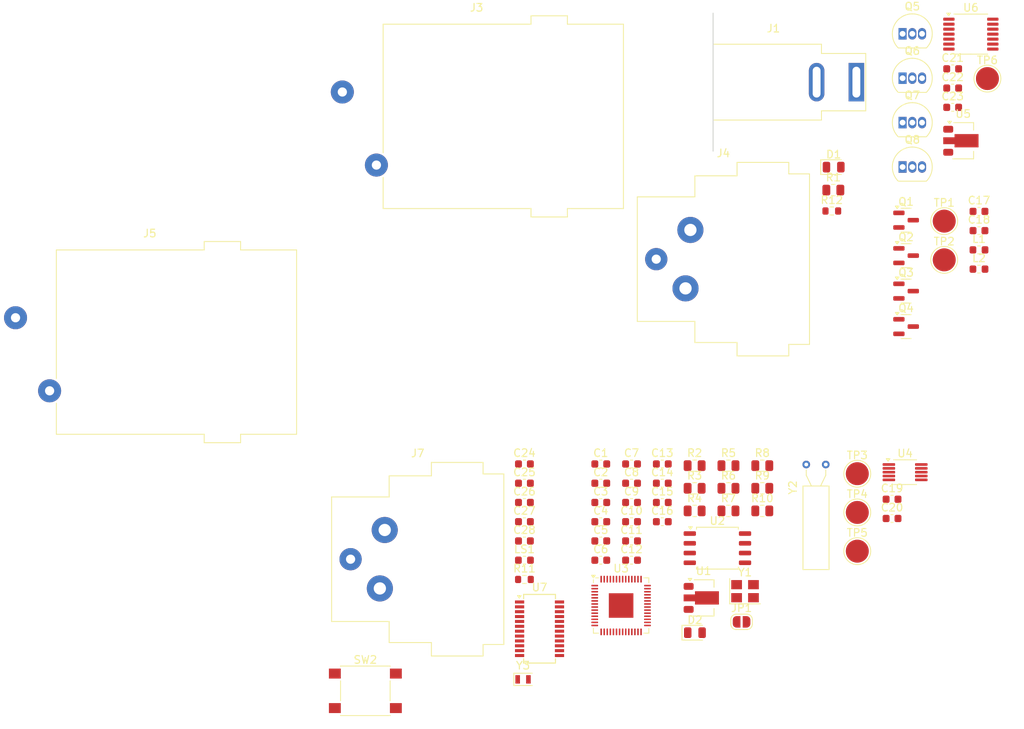
<source format=kicad_pcb>
(kicad_pcb (version 20240108) (generator "pcbnew") (generator_version "8.0")
  (layers (0 "F.Cu" signal) (31 "B.Cu" signal) (34 "B.Paste" user) (35 "F.Paste" user) (36 "B.SilkS" user "B.Silkscreen") (37 "F.SilkS" user "F.Silkscreen") (38 "B.Mask" user) (39 "F.Mask" user) (44 "Edge.Cuts" user))
  (net 0 "")
  (net 1 "GND")
  (net 2 "+5V")
  (net 3 "Vdrive")
  (net 4 "Net-(D2-A)")
  (net 5 "/Morse Input")
  (net 6 "Net-(JP1-B)")
  (net 7 "Net-(Q1-S)")
  (net 8 "Net-(Q3-D)")
  (net 9 "Net-(Q4-D)")
  (net 10 "Net-(Q2-S)")
  (net 11 "/Filtering/Filter 1 En")
  (net 12 "/Amplifier/Amplified")
  (net 13 "/Filtering/Filter 2 En")
  (net 14 "/tx")
  (net 15 "Net-(Q5-D)")
  (net 16 "Net-(Q5-G)")
  (net 17 "Net-(Q6-G)")
  (net 18 "Net-(Q6-D)")
  (net 19 "VCC")
  (net 20 "/RP2040 Driver/QSPI_SS")
  (net 21 "+3.3V")
  (net 22 "Net-(U3-USB_DP)")
  (net 23 "/RP2040 Driver/D+")
  (net 24 "Net-(U3-USB_DM)")
  (net 25 "/RP2040 Driver/D-")
  (net 26 "Net-(C5-Pad2)")
  (net 27 "Net-(U3-XOUT)")
  (net 28 "/RP2040 Driver/scl")
  (net 29 "/RP2040 Driver/sda")
  (net 30 "Net-(J6-CC2)")
  (net 31 "Net-(J6-CC1)")
  (net 32 "/RP2040 Driver/QSPI_SD0")
  (net 33 "/RP2040 Driver/QSPI_SD1")
  (net 34 "/RP2040 Driver/QSPI_SD2")
  (net 35 "/RP2040 Driver/QSPI_SD3")
  (net 36 "/RP2040 Driver/QSPI_SCLK")
  (net 37 "/dah")
  (net 38 "/dit")
  (net 42 "+1V1")
  (net 67 "Net-(U3-XIN)")
  (net 68 "/Amplifier/180º Wave")
  (net 69 "/Amplifier/0º Wave")
  (net 70 "Net-(U4-XA)")
  (net 71 "Net-(U4-XB)")
  (net 72 "/Square Wave Gen/BFO out")
  (net 73 "/Amplifier/Amp enable")
  (net 74 "Net-(C11-Pad2)")
  (net 75 "/Receiver/DCLK")
  (net 76 "/Receiver/RCLK")
  (net 77 "Net-(U7-DBYP)")
  (net 80 "Net-(U7-~{RST})")
  (net 82 "/Receiver/Rout")
  (net 83 "/Receiver/Input to receiver")
  (net 91 "/Receiver/Lout")
  (footprint "Capacitor_SMD:C_0603_1608Metric" (layer "F.Cu") (at 135.785 102.91)
    (property "Reference" "C15" (at 0 -1.43 0) (layer "F.SilkS"))
    (property "Value" "100n")
    (pad "1" smd roundrect (at -0.775 0) (size 0.9 0.95) (layers "F.Cu" "F.Paste" "F.Mask") (net 21 "+3.3V"))
    (pad "2" smd roundrect (at 0.775 0) (size 0.9 0.95) (layers "F.Cu" "F.Paste" "F.Mask") (net 74 "Net-(C11-Pad2)"))
  )
  (footprint "Package_TO_SOT_THT:TO-92_Inline" (layer "F.Cu") (at 167.095 47.58)
    (property "Reference" "Q6" (at 1.27 -3.56 0) (layer "F.SilkS"))
    (property "Value" "BS170")
    (pad "1" thru_hole rect (at 0 0) (size 1.05 1.5) (drill 0.75) (layers "*.Cu" "*.Mask") (net 18 "Net-(Q6-D)"))
    (pad "2" thru_hole oval (at 1.27 0) (size 1.05 1.5) (drill 0.75) (layers "*.Cu" "*.Mask") (net 17 "Net-(Q6-G)"))
    (pad "3" thru_hole oval (at 2.54 0) (size 1.05 1.5) (drill 0.75) (layers "*.Cu" "*.Mask") (net 1 "GND"))
  )
  (footprint "Package_TO_SOT_SMD:SOT-89-3" (layer "F.Cu") (at 141.165 115.355)
    (property "Reference" "U1" (at 0 -3.5 0) (layer "F.SilkS"))
    (property "Value" "MCP1700x-330xxMB")
    (pad "1" smd roundrect (at -1.95 -1.5) (size 1.3 0.9) (layers "F.Cu" "F.Paste" "F.Mask") (net 1 "GND"))
    (pad "2" smd custom (at -1.8625 0) (size 1.475 0.9) (layers "F.Cu" "F.Paste" "F.Mask") (net 2 "+5V") (options (clearance outline) (anchor rect)) (primitives (gr_poly (pts (xy 3.8625 0.8665) (xy 0.7375 0.8665) (xy 0.7375 -0.8665) (xy 3.8625 -0.8665)) (width 0) (fill yes))))
    (pad "3" smd roundrect (at -1.95 1.5) (size 1.3 0.9) (layers "F.Cu" "F.Paste" "F.Mask") (net 21 "+3.3V"))
  )
  (footprint "Capacitor_SMD:C_0603_1608Metric" (layer "F.Cu") (at 127.765 97.89)
    (property "Reference" "C1" (at 0 -1.43 0) (layer "F.SilkS"))
    (property "Value" "22u")
    (pad "1" smd roundrect (at -0.775 0) (size 0.9 0.95) (layers "F.Cu" "F.Paste" "F.Mask") (net 2 "+5V"))
    (pad "2" smd roundrect (at 0.775 0) (size 0.9 0.95) (layers "F.Cu" "F.Paste" "F.Mask") (net 1 "GND"))
  )
  (footprint "Capacitor_SMD:C_0603_1608Metric" (layer "F.Cu") (at 131.775 102.91)
    (property "Reference" "C9" (at 0 -1.43 0) (layer "F.SilkS"))
    (property "Value" "100n")
    (pad "1" smd roundrect (at -0.775 0) (size 0.9 0.95) (layers "F.Cu" "F.Paste" "F.Mask") (net 21 "+3.3V"))
    (pad "2" smd roundrect (at 0.775 0) (size 0.9 0.95) (layers "F.Cu" "F.Paste" "F.Mask") (net 74 "Net-(C11-Pad2)"))
  )
  (footprint "Resistor_SMD:R_0805_2012Metric" (layer "F.Cu") (at 139.995 98.11)
    (property "Reference" "R2" (at 0 -1.65 0) (layer "F.SilkS"))
    (property "Value" "5k1")
    (pad "1" smd roundrect (at -0.9125 0) (size 1.025 1.4) (layers "F.Cu" "F.Paste" "F.Mask") (roundrect_rratio 0.243902) (net 30 "Net-(J6-CC2)"))
    (pad "2" smd roundrect (at 0.9125 0) (size 1.025 1.4) (layers "F.Cu" "F.Paste" "F.Mask") (roundrect_rratio 0.243902) (net 1 "GND"))
  )
  (footprint "Connector_Audio:Jack_speakON-6.35mm_Neutrik_NLJ2MDXX-H_Horizontal" (layer "F.Cu") (at 51.495 78.82)
    (property "Reference" "J5" (at 17.5 -11 0) (layer "F.SilkS"))
    (property "Value" "Conn_Coaxial")
    (pad "1+" thru_hole circle (at 0 0) (size 3 3) (drill 1.2) (layers "*.Cu" "*.Mask"))
    (pad "1-" thru_hole circle (at 4.44 9.53) (size 3 3) (drill 1.2) (layers "*.Cu" "*.Mask"))
  )
  (footprint "Package_SO:MSOP-10_3x3mm_P0.5mm" (layer "F.Cu") (at 167.425 98.96)
    (property "Reference" "U4" (at 0 -2.45 0) (layer "F.SilkS"))
    (property "Value" "Si5351A-B-GT")
    (pad "1" smd roundrect (at -2.1125 -1) (size 1.625 0.35) (layers "F.Cu" "F.Paste" "F.Mask") (net 21 "+3.3V"))
    (pad "2" smd roundrect (at -2.1125 -0.5) (size 1.625 0.35) (layers "F.Cu" "F.Paste" "F.Mask") (net 70 "Net-(U4-XA)"))
    (pad "3" smd roundrect (at -2.1125 0) (size 1.625 0.35) (layers "F.Cu" "F.Paste" "F.Mask") (net 71 "Net-(U4-XB)"))
    (pad "4" smd roundrect (at -2.1125 0.5) (size 1.625 0.35) (layers "F.Cu" "F.Paste" "F.Mask") (net 28 "/RP2040 Driver/scl"))
    (pad "5" smd roundrect (at -2.1125 1) (size 1.625 0.35) (layers "F.Cu" "F.Paste" "F.Mask") (net 29 "/RP2040 Driver/sda"))
    (pad "6" smd roundrect (at 2.1125 1) (size 1.625 0.35) (layers "F.Cu" "F.Paste" "F.Mask") (net 72 "/Square Wave Gen/BFO out"))
    (pad "7" smd roundrect (at 2.1125 0.5) (size 1.625 0.35) (layers "F.Cu" "F.Paste" "F.Mask") (net 21 "+3.3V"))
    (pad "8" smd roundrect (at 2.1125 0) (size 1.625 0.35) (layers "F.Cu" "F.Paste" "F.Mask") (net 1 "GND"))
    (pad "9" smd roundrect (at 2.1125 -0.5) (size 1.625 0.35) (layers "F.Cu" "F.Paste" "F.Mask") (net 68 "/Amplifier/180º Wave"))
    (pad "10" smd roundrect (at 2.1125 -1) (size 1.625 0.35) (layers "F.Cu" "F.Paste" "F.Mask") (net 69 "/Amplifier/0º Wave"))
  )
  (footprint "Capacitor_SMD:C_0603_1608Metric" (layer "F.Cu") (at 131.775 107.93)
    (property "Reference" "C11" (at 0 -1.43 0) (layer "F.SilkS"))
    (property "Value" "100n")
    (pad "1" smd roundrect (at -0.775 0) (size 0.9 0.95) (layers "F.Cu" "F.Paste" "F.Mask") (net 21 "+3.3V"))
    (pad "2" smd roundrect (at 0.775 0) (size 0.9 0.95) (layers "F.Cu" "F.Paste" "F.Mask") (net 74 "Net-(C11-Pad2)"))
  )
  (footprint "Capacitor_SMD:C_0603_1608Metric" (layer "F.Cu") (at 131.775 100.4)
    (property "Reference" "C8" (at 0 -1.43 0) (layer "F.SilkS"))
    (property "Value" "1u")
    (pad "1" smd roundrect (at -0.775 0) (size 0.9 0.95) (layers "F.Cu" "F.Paste" "F.Mask") (net 42 "+1V1"))
    (pad "2" smd roundrect (at 0.775 0) (size 0.9 0.95) (layers "F.Cu" "F.Paste" "F.Mask") (net 1 "GND"))
  )
  (footprint "Package_TO_SOT_SMD:SOT-89-3" (layer "F.Cu") (at 174.995 55.735)
    (property "Reference" "U5" (at 0 -3.5 0) (layer "F.SilkS"))
    (property "Value" "MCP1700x-500xxMB")
    (pad "1" smd roundrect (at -1.95 -1.5) (size 1.3 0.9) (layers "F.Cu" "F.Paste" "F.Mask") (net 1 "GND"))
    (pad "2" smd custom (at -1.8625 0) (size 1.475 0.9) (layers "F.Cu" "F.Paste" "F.Mask") (net 3 "Vdrive") (options (clearance outline) (anchor rect)) (primitives (gr_poly (pts (xy 3.8625 0.8665) (xy 0.7375 0.8665) (xy 0.7375 -0.8665) (xy 3.8625 -0.8665)) (width 0) (fill yes))))
    (pad "3" smd roundrect (at -1.95 1.5) (size 1.3 0.9) (layers "F.Cu" "F.Paste" "F.Mask") (net 2 "+5V"))
  )
  (footprint "Capacitor_SMD:C_0603_1608Metric" (layer "F.Cu") (at 135.785 105.42)
    (property "Reference" "C16" (at 0 -1.43 0) (layer "F.SilkS"))
    (property "Value" "100n")
    (pad "1" smd roundrect (at -0.775 0) (size 0.9 0.95) (layers "F.Cu" "F.Paste" "F.Mask") (net 21 "+3.3V"))
    (pad "2" smd roundrect (at 0.775 0) (size 0.9 0.95) (layers "F.Cu" "F.Paste" "F.Mask") (net 74 "Net-(C11-Pad2)"))
  )
  (footprint "TestPoint:TestPoint_Pad_D3.0mm" (layer "F.Cu") (at 178.155 47.63)
    (property "Reference" "TP6" (at 0 -2.398 0) (layer "F.SilkS"))
    (property "Value" "Amp Out")
    (pad "1" smd circle (at 0 0) (size 3 3) (layers "F.Cu" "F.Mask") (net 12 "/Amplifier/Amplified"))
  )
  (footprint "Package_TO_SOT_THT:TO-92_Inline" (layer "F.Cu") (at 167.095 53.37)
    (property "Reference" "Q7" (at 1.27 -3.56 0) (layer "F.SilkS"))
    (property "Value" "BS170")
    (pad "1" thru_hole rect (at 0 0) (size 1.05 1.5) (drill 0.75) (layers "*.Cu" "*.Mask") (net 15 "Net-(Q5-D)"))
    (pad "2" thru_hole oval (at 1.27 0) (size 1.05 1.5) (drill 0.75) (layers "*.Cu" "*.Mask") (net 16 "Net-(Q5-G)"))
    (pad "3" thru_hole oval (at 2.54 0) (size 1.05 1.5) (drill 0.75) (layers "*.Cu" "*.Mask") (net 1 "GND"))
  )
  (footprint "Resistor_SMD:R_0805_2012Metric" (layer "F.Cu") (at 144.405 104.01)
    (property "Reference" "R7" (at 0 -1.65 0) (layer "F.SilkS"))
    (property "Value" "27.4")
    (pad "1" smd roundrect (at -0.9125 0) (size 1.025 1.4) (layers "F.Cu" "F.Paste" "F.Mask") (roundrect_rratio 0.243902) (net 25 "/RP2040 Driver/D-"))
    (pad "2" smd roundrect (at 0.9125 0) (size 1.025 1.4) (layers "F.Cu" "F.Paste" "F.Mask") (roundrect_rratio 0.243902) (net 24 "Net-(U3-USB_DM)"))
  )
  (footprint "Capacitor_SMD:C_0603_1608Metric" (layer "F.Cu") (at 131.775 97.89)
    (property "Reference" "C7" (at 0 -1.43 0) (layer "F.SilkS"))
    (property "Value" "100n")
    (pad "1" smd roundrect (at -0.775 0) (size 0.9 0.95) (layers "F.Cu" "F.Paste" "F.Mask") (net 42 "+1V1"))
    (pad "2" smd roundrect (at 0.775 0) (size 0.9 0.95) (layers "F.Cu" "F.Paste" "F.Mask") (net 1 "GND"))
  )
  (footprint "Resistor_SMD:R_0805_2012Metric" (layer "F.Cu") (at 139.995 101.06)
    (property "Reference" "R3" (at 0 -1.65 0) (layer "F.SilkS"))
    (property "Value" "5k1")
    (pad "1" smd roundrect (at -0.9125 0) (size 1.025 1.4) (layers "F.Cu" "F.Paste" "F.Mask") (roundrect_rratio 0.243902) (net 31 "Net-(J6-CC1)"))
    (pad "2" smd roundrect (at 0.9125 0) (size 1.025 1.4) (layers "F.Cu" "F.Paste" "F.Mask") (roundrect_rratio 0.243902) (net 1 "GND"))
  )
  (footprint "Capacitor_SMD:C_0603_1608Metric" (layer "F.Cu") (at 177.055 67.46)
    (property "Reference" "C18" (at 0 -1.43 0) (layer "F.SilkS"))
    (property "Value" "1p")
    (pad "1" smd roundrect (at -0.775 0) (size 0.9 0.95) (layers "F.Cu" "F.Paste" "F.Mask") (net 9 "Net-(Q4-D)"))
    (pad "2" smd roundrect (at 0.775 0) (size 0.9 0.95) (layers "F.Cu" "F.Paste" "F.Mask") (net 1 "GND"))
  )
  (footprint "Inductor_SMD:L_0603_1608Metric" (layer "F.Cu") (at 177.055 69.97)
    (property "Reference" "L1" (at 0 -1.43 0) (layer "F.SilkS"))
    (property "Value" "396u")
    (pad "1" smd roundrect (at -0.7875 0) (size 0.875 0.95) (layers "F.Cu" "F.Paste" "F.Mask") (net 7 "Net-(Q1-S)"))
    (pad "2" smd roundrect (at 0.7875 0) (size 0.875 0.95) (layers "F.Cu" "F.Paste" "F.Mask") (net 8 "Net-(Q3-D)"))
  )
  (footprint "Package_SO:SSOP-24_3.9x8.7mm_P0.635mm" (layer "F.Cu") (at 119.785 119.38)
    (property "Reference" "U7" (at 0 -5.4 0) (layer "F.SilkS"))
    (property "Value" "Si4735-D60-GU")
    (pad "1" smd rect (at -2.6 -3.4925) (size 1.2 0.4) (layers "F.Cu" "F.Paste" "F.Mask"))
    (pad "2" smd rect (at -2.6 -2.8575) (size 1.2 0.4) (layers "F.Cu" "F.Paste" "F.Mask"))
    (pad "3" smd rect (at -2.6 -2.2225) (size 1.2 0.4) (layers "F.Cu" "F.Paste" "F.Mask") (net 75 "/Receiver/DCLK"))
    (pad "4" smd rect (at -2.6 -1.5875) (size 1.2 0.4) (layers "F.Cu" "F.Paste" "F.Mask"))
    (pad "5" smd rect (at -2.6 -0.9525) (size 1.2 0.4) (layers "F.Cu" "F.Paste" "F.Mask"))
    (pad "6" smd rect (at -2.6 -0.3175) (size 1.2 0.4) (layers "F.Cu" "F.Paste" "F.Mask"))
    (pad "7" smd rect (at -2.6 0.3175) (size 1.2 0.4) (layers "F.Cu" "F.Paste" "F.Mask"))
    (pad "8" smd rect (at -2.6 0.9525) (size 1.2 0.4) (layers "F.Cu" "F.Paste" "F.Mask") (net 1 "GND"))
    (pad "9" smd rect (at -2.6 1.5875) (size 1.2 0.4) (layers "F.Cu" "F.Paste" "F.Mask") (net 1 "GND"))
    (pad "10" smd rect (at -2.6 2.2225) (size 1.2 0.4) (layers "F.Cu" "F.Paste" "F.Mask"))
    (pad "11" smd rect (at -2.6 2.8575) (size 1.2 0.4) (layers "F.Cu" "F.Paste" "F.Mask"))
    (pad "12" smd rect (at -2.6 3.4925) (size 1.2 0.4) (layers "F.Cu" "F.Paste" "F.Mask") (net 83 "/Receiver/Input to receiver"))
    (pad "13" smd rect (at 2.6 3.4925) (size 1.2 0.4) (layers "F.Cu" "F.Paste" "F.Mask") (net 1 "GND"))
    (pad "14" smd rect (at 2.6 2.8575) (size 1.2 0.4) (layers "F.Cu" "F.Paste" "F.Mask") (net 1 "GND"))
    (pad "15" smd rect (at 2.6 2.2225) (size 1.2 0.4) (layers "F.Cu" "F.Paste" "F.Mask") (net 80 "Net-(U7-~{RST})"))
    (pad "16" smd rect (at 2.6 1.5875) (size 1.2 0.4) (layers "F.Cu" "F.Paste" "F.Mask") (net 1 "GND"))
    (pad "17" smd rect (at 2.6 0.9525) (size 1.2 0.4) (layers "F.Cu" "F.Paste" "F.Mask") (net 28 "/RP2040 Driver/scl"))
    (pad "18" smd rect (at 2.6 0.3175) (size 1.2 0.4) (layers "F.Cu" "F.Paste" "F.Mask") (net 29 "/RP2040 Driver/sda"))
    (pad "19" smd rect (at 2.6 -0.3175) (size 1.2 0.4) (layers "F.Cu" "F.Paste" "F.Mask") (net 76 "/Receiver/RCLK"))
    (pad "20" smd rect (at 2.6 -0.9525) (size 1.2 0.4) (layers "F.Cu" "F.Paste" "F.Mask") (net 21 "+3.3V"))
    (pad "21" smd rect (at 2.6 -1.5875) (size 1.2 0.4) (layers "F.Cu" "F.Paste" "F.Mask") (net 21 "+3.3V"))
    (pad "22" smd rect (at 2.6 -2.2225) (size 1.2 0.4) (layers "F.Cu" "F.Paste" "F.Mask") (net 77 "Net-(U7-DBYP)"))
    (pad "23" smd rect (at 2.6 -2.8575) (size 1.2 0.4) (layers "F.Cu" "F.Paste" "F.Mask") (net 82 "/Receiver/Rout"))
    (pad "24" smd rect (at 2.6 -3.4925) (size 1.2 0.4) (layers "F.Cu" "F.Paste" "F.Mask") (net 91 "/Receiver/Lout"))
  )
  (footprint "Capacitor_SMD:C_0603_1608Metric" (layer "F.Cu") (at 117.815 102.91)
    (property "Reference" "C26" (at 0 -1.43 0) (layer "F.SilkS"))
    (property "Value" "22n")
    (pad "1" smd roundrect (at -0.775 0) (size 0.9 0.95) (layers "F.Cu" "F.Paste" "F.Mask") (net 21 "+3.3V"))
    (pad "2" smd roundrect (at 0.775 0) (size 0.9 0.95) (layers "F.Cu" "F.Paste" "F.Mask") (net 77 "Net-(U7-DBYP)"))
  )
  (footprint "Capacitor_SMD:C_0603_1608Metric" (layer "F.Cu") (at 173.625 48.87)
    (property "Reference" "C22" (at 0 -1.43 0) (layer "F.SilkS"))
    (property "Value" "22u")
    (pad "1" smd roundrect (at -0.775 0) (size 0.9 0.95) (layers "F.Cu" "F.Paste" "F.Mask") (net 2 "+5V"))
    (pad "2" smd roundrect (at 0.775 0) (size 0.9 0.95) (layers "F.Cu" "F.Paste" "F.Mask") (net 1 "GND"))
  )
  (footprint "Capacitor_SMD:C_0603_1608Metric" (layer "F.Cu") (at 117.815 100.4)
    (property "Reference" "C25" (at 0 -1.43 0) (layer "F.SilkS"))
    (property "Value" "22p")
    (pad "1" smd roundrect (at -0.775 0) (size 0.9 0.95) (layers "F.Cu" "F.Paste" "F.Mask") (net 76 "/Receiver/RCLK"))
    (pad "2" smd roundrect (at 0.775 0) (size 0.9 0.95) (layers "F.Cu" "F.Paste" "F.Mask") (net 1 "GND"))
  )
  (footprint "Capacitor_SMD:C_0603_1608Metric" (layer "F.Cu") (at 135.785 100.4)
    (property "Reference" "C14" (at 0 -1.43 0) (layer "F.SilkS"))
    (property "Value" "100n")
    (pad "1" smd roundrect (at -0.775 0) (size 0.9 0.95) (layers "F.Cu" "F.Paste" "F.Mask") (net 21 "+3.3V"))
    (pad "2" smd roundrect (at 0.775 0) (size 0.9 0.95) (layers "F.Cu" "F.Paste" "F.Mask") (net 74 "Net-(C11-Pad2)"))
  )
  (footprint "Package_TO_SOT_THT:TO-92_Inline" (layer "F.Cu") (at 167.095 59.16)
    (property "Reference" "Q8" (at 1.27 -3.56 0) (layer "F.SilkS"))
    (property "Value" "BS170")
    (pad "1" thru_hole rect (at 0 0) (size 1.05 1.5) (drill 0.75) (layers "*.Cu" "*.Mask") (net 1 "GND"))
    (pad "2" thru_hole oval (at 1.27 0) (size 1.05 1.5) (drill 0.75) (layers "*.Cu" "*.Mask") (net 17 "Net-(Q6-G)"))
    (pad "3" thru_hole oval (at 2.54 0) (size 1.05 1.5) (drill 0.75) (layers "*.Cu" "*.Mask") (net 18 "Net-(Q6-D)"))
  )
  (footprint "Crystal:Crystal_SMD_2012-2Pin_2.0x1.2mm" (layer "F.Cu") (at 117.635 125.98)
    (property "Reference" "Y3" (at 0 -1.8 0) (layer "F.SilkS"))
    (property "Value" "37.628KHz")
    (pad "1" smd rect (at -0.7 0) (size 0.6 1.1) (layers "F.Cu" "F.Paste" "F.Mask") (net 75 "/Receiver/DCLK"))
    (pad "2" smd rect (at 0.7 0) (size 0.6 1.1) (layers "F.Cu" "F.Paste" "F.Mask") (net 76 "/Receiver/RCLK"))
  )
  (footprint "Connector_Audio:Jack_XLR_Neutrik_NC3FAAH-0_Horizontal" (layer "F.Cu") (at 139.445 67.37)
    (property "Reference" "J4" (at 4.3 -10 0) (layer "F.SilkS"))
    (property "Value" "AudioJack3")
    (pad "" np_thru_hole circle (at 3.81 7.62) (size 1.6 1.6) (drill 1.6) (layers "*.Cu" "*.Mask"))
    (pad "" np_thru_hole circle (at 8.89 0) (size 1.6 1.6) (drill 1.6) (layers "*.Cu" "*.Mask"))
    (pad "1" thru_hole circle (at 0 0) (size 3.4 3.4) (drill 1.6) (layers "*.Cu" "*.Mask"))
    (pad "2" thru_hole circle (at -0.635 7.62) (size 3.4 3.4) (drill 1.6) (layers "*.Cu" "*.Mask"))
    (pad "3" thru_hole circle (at -4.45 3.81) (size 2.9 2.9) (drill 1.2) (layers "*.Cu" "*.Mask"))
  )
  (footprint "Capacitor_SMD:C_0603_1608Metric" (layer "F.Cu") (at 177.055 64.95)
    (property "Reference" "C17" (at 0 -1.43 0) (layer "F.SilkS"))
    (property "Value" "1p")
    (pad "1" smd roundrect (at -0.775 0) (size 0.9 0.95) (layers "F.Cu" "F.Paste" "F.Mask") (net 8 "Net-(Q3-D)"))
    (pad "2" smd roundrect (at 0.775 0) (size 0.9 0.95) (layers "F.Cu" "F.Paste" "F.Mask") (net 1 "GND"))
  )
  (footprint "TestPoint:TestPoint_Pad_D3.0mm" (layer "F.Cu") (at 172.525 71.27)
    (property "Reference" "TP2" (at 0 -2.398 0) (layer "F.SilkS"))
    (property "Value" "Filters out")
    (pad "1" smd circle (at 0 0) (size 3 3) (layers "F.Cu" "F.Mask") (net 14 "/tx"))
  )
  (footprint "Resistor_SMD:R_0805_2012Metric" (layer "F.Cu") (at 144.405 101.06)
    (property "Reference" "R6" (at 0 -1.65 0) (layer "F.SilkS"))
    (property "Value" "27.4")
    (pad "1" smd roundrect (at -0.9125 0) (size 1.025 1.4) (layers "F.Cu" "F.Paste" "F.Mask") (roundrect_rratio 0.243902) (net 23 "/RP2040 Driver/D+"))
    (pad "2" smd roundrect (at 0.9125 0) (size 1.025 1.4) (layers "F.Cu" "F.Paste" "F.Mask") (roundrect_rratio 0.243902) (net 22 "Net-(U3-USB_DP)"))
  )
  (footprint "Capacitor_SMD:C_0603_1608Metric" (layer "F.Cu") (at 173.625 51.38)
    (property "Reference" "C23" (at 0 -1.43 0) (layer "F.SilkS"))
    (property "Value" "100n")
    (pad "1" smd roundrect (at -0.775 0) (size 0.9 0.95) (layers "F.Cu" "F.Paste" "F.Mask") (net 2 "+5V"))
    (pad "2" smd roundrect (at 0.775 0) (size 0.9 0.95) (layers "F.Cu" "F.Paste" "F.Mask") (net 1 "GND"))
  )
  (footprint "Package_TO_SOT_SMD:SOT-23" (layer "F.Cu") (at 167.555 66.095)
    (property "Reference" "Q1" (at 0 -2.4 0) (layer "F.SilkS"))
    (property "Value" "DMN13H750S")
    (pad "1" smd roundrect (at -0.9375 -0.95) (size 1.475 0.6) (layers "F.Cu" "F.Paste" "F.Mask") (net 11 "/Filtering/Filter 1 En"))
    (pad "2" smd roundrect (at -0.9375 0.95) (size 1.475 0.6) (layers "F.Cu" "F.Paste" "F.Mask") (net 7 "Net-(Q1-S)"))
    (pad "3" smd roundrect (at 0.9375 0) (size 1.475 0.6) (layers "F.Cu" "F.Paste" "F.Mask") (net 12 "/Amplifier/Amplified"))
  )
  (footprint "Button_Switch_SMD:SW_Push_1P1T_NO_6x6mm_H9.5mm" (layer "F.Cu") (at 97.085 127.475)
    (property "Reference" "SW2" (at 0 -4.05 0) (layer "F.SilkS"))
    (property "Value" "Reset RX")
    (pad "1" smd rect (at -3.975 -2.25) (size 1.55 1.3) (layers "F.Cu" "F.Paste" "F.Mask") (net 1 "GND"))
    (pad "1" smd rect (at 3.975 -2.25) (size 1.55 1.3) (layers "F.Cu" "F.Paste" "F.Mask") (net 1 "GND"))
    (pad "2" smd rect (at -3.975 2.25) (size 1.55 1.3) (layers "F.Cu" "F.Paste" "F.Mask") (net 80 "Net-(U7-~{RST})"))
    (pad "2" smd rect (at 3.975 2.25) (size 1.55 1.3) (layers "F.Cu" "F.Paste" "F.Mask") (net 80 "Net-(U7-~{RST})"))
  )
  (footprint "Diode_SMD:D_0805_2012Metric" (layer "F.Cu") (at 140.035 119.895)
    (property "Reference" "D2" (at 0 -1.65 0) (layer "F.SilkS"))
    (property "Value" "D")
    (pad "1" smd roundrect (at -0.9375 0) (size 0.975 1.4) (layers "F.Cu" "F.Paste" "F.Mask") (net 2 "+5V"))
    (pad "2" smd roundrect (at 0.9375 0) (size 0.975 1.4) (layers "F.Cu" "F.Paste" "F.Mask") (net 4 "Net-(D2-A)"))
  )
  (footprint "TestPoint:TestPoint_Pad_D3.0mm" (layer "F.Cu") (at 172.525 66.22)
    (property "Reference" "TP1" (at 0 -2.398 0) (layer "F.SilkS"))
    (property "Value" "Filters In")
    (pad "1" smd circle (at 0 0) (size 3 3) (layers "F.Cu" "F.Mask") (net 12 "/Amplifier/Amplified"))
  )
  (footprint "Connector_BarrelJack:BarrelJack_SwitchcraftConxall_RAPC10U_Horizontal" (layer "F.Cu") (at 161.075 48.095)
    (property "Reference" "J1" (at -10.8 -7 0) (layer "F.SilkS"))
    (property "Value" "Barrel_Jack")
    (fp_line (start -18.67 -9) (end -18.67 9) (stroke (width 0.12)) (layer "Edge.Cuts"))
    (pad "1" thru_hole rect (at 0 0) (size 2.02 5.02) (drill oval 1.02 4.02) (layers "*.Cu" "*.Mask") (net 19 "VCC"))
    (pad "2" thru_hole oval (at -5.18 0) (size 2.02 5.02) (drill oval 1.02 4.02) (layers "*.Cu" "*.Mask") (net 1 "GND"))
  )
  (footprint "Resistor_SMD:R_0805_2012Metric" (layer "F.Cu") (at 148.815 101.06)
    (property "Reference" "R9" (at 0 -1.65 0) (layer "F.SilkS"))
    (property "Value" "1k")
    (pad "1" smd roundrect (at -0.9125 0) (size 1.025 1.4) (layers "F.Cu" "F.Paste" "F.Mask") (roundrect_rratio 0.243902) (net 21 "+3.3V"))
    (pad "2" smd roundrect (at 0.9125 0) (size 1.025 1.4) (layers "F.Cu" "F.Paste" "F.Mask") (roundrect_rratio 0.243902) (net 28 "/RP2040 Driver/scl"))
  )
  (footprint "Capacitor_SMD:C_0603_1608Metric" (layer "F.Cu") (at 117.815 97.89)
    (property "Reference" "C24" (at 0 -1.43 0) (layer "F.SilkS"))
    (property "Value" "22p")
    (pad "1" smd roundrect (at -0.775 0) (size 0.9 0.95) (layers "F.Cu" "F.Paste" "F.Mask") (net 75 "/Receiver/DCLK"))
    (pad "2" smd roundrect (at 0.775 0) (size 0.9 0.95) (layers "F.Cu" "F.Paste" "F.Mask") (net 1 "GND"))
  )
  (footprint "Capacitor_SMD:C_0603_1608Metric" (layer "F.Cu") (at 127.765 105.42)
    (property "Reference" "C4" (at 0 -1.43 0) (layer "F.SilkS"))
    (property "Value" "15p")
    (pad "1" smd roundrect (at -0.775 0) (size 0.9 0.95) (layers "F.Cu" "F.Paste" "F.Mask") (net 1 "GND"))
    (pad "2" smd roundrect (at 0.775 0) (size 0.9 0.95) (layers "F.Cu" "F.Paste" "F.Mask") (net 67 "Net-(U3-XIN)"))
  )
  (footprint "Capacitor_SMD:C_0603_1608Metric" (layer "F.Cu") (at 173.625 46.36)
    (property "Reference" "C21" (at 0 -1.43 0) (layer "F.SilkS"))
    (property "Value" "22u")
    (pad "1" smd roundrect (at -0.775 0) (size 0.9 0.95) (layers "F.Cu" "F.Paste" "F.Mask") (net 3 "Vdrive"))
    (pad "2" smd roundrect (at 0.775 0) (size 0.9 0.95) (layers "F.Cu" "F.Paste" "F.Mask") (net 1 "GND"))
  )
  (footprint "Crystal:Crystal_SMD_Abracon_ABM8G-4Pin_3.2x2.5mm" (layer "F.Cu") (at 146.565 114.48)
    (property "Reference" "Y1" (at 0 -2.45 0) (layer "F.SilkS"))
    (property "Value" "ABM8-272-T3")
    (pad "1" smd rect (at -1.1 0.85) (size 1.4 1.2) (layers "F.Cu" "F.Paste" "F.Mask") (net 67 "Net-(U3-XIN)"))
    (pad "2" smd rect (at 1.1 0.85) (size 1.4 1.2) (layers "F.Cu" "F.Paste" "F.Mask") (net 1 "GND"))
    (pad "3" smd rect (at 1.1 -0.85) (size 1.4 1.2) (layers "F.Cu" "F.Paste" "F.Mask") (net 26 "Net-(C5-Pad2)"))
    (pad "4" smd rect (at -1.1 -0.85) (size 1.4 1.2) (layers "F.Cu" "F.Paste" "F.Mask") (net 1 "GND"))
  )
  (footprint "Package_TO_SOT_SMD:SOT-23" (layer "F.Cu") (at 167.555 75.345)
    (property "Reference" "Q3" (at 0 -2.4 0) (layer "F.SilkS"))
    (property "Value" "DMN13H750S")
    (pad "1" smd roundrect (at -0.9375 -0.95) (size 1.475 0.6) (layers "F.Cu" "F.Paste" "F.Mask") (net 11 "/Filtering/Filter 1 En"))
    (pad "2" smd roundrect (at -0.9375 0.95) (size 1.475 0.6) (layers "F.Cu" "F.Paste" "F.Mask") (net 14 "/tx"))
    (pad "3" smd roundrect (at 0.9375 0) (size 1.475 0.6) (layers "F.Cu" "F.Paste" "F.Mask") (net 8 "Net-(Q3-D)"))
  )
  (footprint "Package_TO_SOT_THT:TO-92_Inline" (layer "F.Cu") (at 167.095 41.79)
    (property "Reference" "Q5" (at 1.27 -3.56 0) (layer "F.SilkS"))
    (property "Value" "BS170")
    (pad "1" thru_hole rect (at 0 0) (size 1.05 1.5) (drill 0.75) (layers "*.Cu" "*.Mask") (net 15 "Net-(Q5-D)"))
    (pad "2" thru_hole oval (at 1.27 0) (size 1.05 1.5) (drill 0.75) (layers "*.Cu" "*.Mask") (net 16 "Net-(Q5-G)"))
    (pad "3" thru_hole oval (at 2.54 0) (size 1.05 1.5) (drill 0.75) (layers "*.Cu" "*.Mask") (net 1 "GND"))
  )
  (footprint "Capacitor_SMD:C_0603_1608Metric" (layer "F.Cu") (at 117.815 107.93)
    (property "Reference" "C28" (at 0 -1.43 0) (layer "F.SilkS"))
    (property "Value" "100n")
    (pad "1" smd roundrect (at -0.775 0) (size 0.9 0.95) (layers "F.Cu" "F.Paste" "F.Mask") (net 21 "+3.3V"))
    (pad "2" smd roundrect (at 0.775 0) (size 0.9 0.95) (layers "F.Cu" "F.Paste" "F.Mask") (net 1 "GND"))
  )
  (footprint "Package_SO:SOIC-8_5.23x5.23mm_P1.27mm" (layer "F.Cu") (at 142.965 108.87)
    (property "Reference" "U2" (at 0 -3.56 0) (layer "F.SilkS"))
    (property "Value" "W25Q128JVS")
    (pad "1" smd roundrect (at -3.6 -1.905) (size 1.6 0.6) (layers "F.Cu" "F.Paste" "F.Mask") (net 20 "/RP2040 Driver/QSPI_SS"))
    (pad "2" smd roundrect (at -3.6 -0.635) (size 1.6 0.6) (layers "F.Cu" "F.Paste" "F.Mask") (net 33 "/RP2040 Driver/QSPI_SD1"))
    (pad "3" smd roundrect (at -3.6 0.635) (size 1.6 0.6) (layers "F.Cu" "F.Paste" "F.Mask") (net 34 "/RP2040 Driver/QSPI_SD2"))
    (pad "4" smd roundrect (at -3.6 1.905) (size 1.6 0.6) (layers "F.Cu" "F.Paste" "F.Mask") (net 1 "GND"))
    (pad "5" smd roundrect (at 3.6 1.905) (size 1.6 0.6) (layers "F.Cu" "F.Paste" "F.Mask") (net 32 "/RP2040 Driver/QSPI_SD0"))
    (pad "6" smd roundrect (at 3.6 0.635) (size 1.6 0.6) (layers "F.Cu" "F.Paste" "F.Mask") (net 36 "/RP2040 Driver/QSPI_SCLK"))
    (pad "7" smd roundrect (at 3.6 -0.635) (size 1.6 0.6) (layers "F.Cu" "F.Paste" "F.Mask") (net 35 "/RP2040 Driver/QSPI_SD3"))
    (pad "8" smd roundrect (at 3.6 -1.905) (size 1.6 0.6) (layers "F.Cu" "F.Paste" "F.Mask") (net 21 "+3.3V"))
  )
  (footprint "Capacitor_SMD:C_0603_1608Metric" (layer "F.Cu") (at 131.775 105.42)
    (property "Reference" "C10" (at 0 -1.43 0) (layer "F.SilkS"))
    (property "Value" "1u")
    (pad "1" smd roundrect (at -0.775 0) (size 0.9 0.95) (layers "F.Cu" "F.Paste" "F.Mask") (net 21 "+3.3V"))
    (pad "2" smd roundrect (at 0.775 0) (size 0.9 0.95) (layers "F.Cu" "F.Paste" "F.Mask") (net 1 "GND"))
  )
  (footprint "Inductor_SMD:L_0603_1608Metric" (layer "F.Cu") (at 117.815 110.44)
    (property "Reference" "LS1" (at 0 -1.43 0) (layer "F.SilkS"))
    (property "Value" "Speaker")
    (pad "1" smd roundrect (at -0.7875 0) (size 0.875 0.95) (layers "F.Cu" "F.Paste" "F.Mask"))
    (pad "2" smd roundrect (at 0.7875 0) (size 0.875 0.95) (layers "F.Cu" "F.Paste" "F.Mask"))
  )
  (footprint "Capacitor_SMD:C_0603_1608Metric" (layer "F.Cu") (at 127.765 102.91)
    (property "Reference" "C3" (at 0 -1.43 0) (layer "F.SilkS"))
    (property "Value" "100n")
    (pad "1" smd roundrect (at -0.775 0) (size 0.9 0.95) (layers "F.Cu" "F.Paste" "F.Mask") (net 21 "+3.3V"))
    (pad "2" smd roundrect (at 0.775 0) (size 0.9 0.95) (layers "F.Cu" "F.Paste" "F.Mask") (net 1 "GND"))
  )
  (footprint "Package_SO:TSSOP-14_4.4x5mm_P0.65mm" (layer "F.Cu") (at 175.995 41.835)
    (property "Reference" "U6" (at 0 -3.45 0) (layer "F.SilkS"))
    (property "Value" "74ACT08")
    (pad "1" smd roundrect (at -2.8625 -1.95) (size 1.475 0.4) (layers "F.Cu" "F.Paste" "F.Mask") (net 69 "/Amplifier/0º Wave"))
    (pad "2" smd roundrect (at -2.8625 -1.3) (size 1.475 0.4) (layers "F.Cu" "F.Paste" "F.Mask") (net 73 "/Amplifier/Amp enable"))
    (pad "3" smd roundrect (at -2.8625 -0.65) (size 1.475 0.4) (layers "F.Cu" "F.Paste" "F.Mask") (net 16 "Net-(Q5-G)"))
    (pad "4" smd roundrect (at -2.8625 0) (size 1.475 0.4) (layers "F.Cu" "F.Paste" "F.Mask") (net 69 "/Amplifier/0º Wave"))
    (pad "5" smd roundrect (at -2.8625 0.65) (size 1.475 0.4) (layers "F.Cu" "F.Paste" "F.Mask") (net 73 "/Amplifier/Amp enable"))
    (pad "6" smd roundrect (at -2.8625 1.3) (size 1.475 0.4) (layers "F.Cu" "F.Paste" "F.Mask") (net 16 "Net-(Q5-G)"))
    (pad "7" smd roundrect (at -2.8625 1.95) (size 1.475 0.4) (layers "F.Cu" "F.Paste" "F.Mask") (net 1 "GND"))
    (pad "8" smd roundrect (at 2.8625 1.95) (size 1.475 0.4) (layers "F.Cu" "F.Paste" "F.Mask") (net 17 "Net-(Q6-G)"))
    (pad "9" smd roundrect (at 2.8625 1.3) (size 1.475 0.4) (layers "F.Cu" "F.Paste" "F.Mask") (net 68 "/Amplifier/180º Wave"))
    (pad "10" smd roundrect (at 2.8625 0.65) (size 1.475 0.4) (layers "F.Cu" "F.Paste" "F.Mask") (net 73 "/Amplifier/Amp enable"))
    (pad "11" smd roundrect (at 2.8625 0) (size 1.475 0.4) (layers "F.Cu" "F.Paste" "F.Mask") (net 17 "Net-(Q6-G)"))
    (pad "12" smd roundrect (at 2.8625 -0.65) (size 1.475 0.4) (layers "F.Cu" "F.Paste" "F.Mask") (net 68 "/Amplifier/180º Wave"))
    (pad "13" smd roundrect (at 2.8625 -1.3) (size 1.475 0.4) (layers "F.Cu" "F.Paste" "F.Mask") (net 73 "/Amplifier/Amp enable"))
    (pad "14" smd roundrect (at 2.8625 -1.95) (size 1.475 0.4) (layers "F.Cu" "F.Paste" "F.Mask") (net 2 "+5V"))
  )
  (footprint "Crystal:Crystal_AT310_D3.0mm_L10.0mm_Horizontal" (layer "F.Cu") (at 154.545 97.96)
    (property "Reference" "Y2" (at -1.75 3 90) (layer "F.SilkS"))
    (property "Value" "25MHz")
    (pad "1" thru_hole circle (at 0 0) (size 1 1) (drill 0.5) (layers "*.Cu" "*.Mask") (net 70 "Net-(U4-XA)"))
    (pad "2" thru_hole circle (at 2.54 0) (size 1 1) (drill 0.5) (layers "*.Cu" "*.Mask") (net 71 "Net-(U4-XB)"))
  )
  (footprint "Resistor_SMD:R_0805_2012Metric" (layer "F.Cu") (at 148.815 98.11)
    (property "Reference" "R8" (at 0 -1.65 0) (layer "F.SilkS"))
    (property "Value" "1k")
    (pad "1" smd roundrect (at -0.9125 0) (size 1.025 1.4) (layers "F.Cu" "F.Paste" "F.Mask") (roundrect_rratio 0.243902) (net 26 "Net-(C5-Pad2)"))
    (pad "2" smd roundrect (at 0.9125 0) (size 1.025 1.4) (layers "F.Cu" "F.Paste" "F.Mask") (roundrect_rratio 0.243902) (net 27 "Net-(U3-XOUT)"))
  )
  (footprint "Connector_Audio:Jack_speakON-6.35mm_Neutrik_NLJ2MDXX-H_Horizontal" (layer "F.Cu") (at 94.085 49.38)
    (property "Reference" "J3" (at 17.5 -11 0) (layer "F.SilkS"))
    (property "Value" "AudioJack2")
    (pad "1+" thru_hole circle (at 0 0) (size 3 3) (drill 1.2) (layers "*.Cu" "*.Mask"))
    (pad "1-" thru_hole circle (at 4.44 9.53) (size 3 3) (drill 1.2) (layers "*.Cu" "*.Mask"))
  )
  (footprint "Resistor_SMD:R_0805_2012Metric" (layer "F.Cu") (at 144.405 98.11)
    (property "Reference" "R5" (at 0 -1.65 0) (layer "F.SilkS"))
    (property "Value" "10k")
    (pad "1" smd roundrect (at -0.9125 0) (size 1.025 1.4) (layers "F.Cu" "F.Paste" "F.Mask") (roundrect_rratio 0.243902) (net 21 "+3.3V"))
    (pad "2" smd roundrect (at 0.9125 0) (size 1.025 1.4) (layers "F.Cu" "F.Paste" "F.Mask") (roundrect_rratio 0.243902) (net 20 "/RP2040 Driver/QSPI_SS"))
  )
  (footprint "TestPoint:TestPoint_Pad_D3.0mm" (layer "F.Cu") (at 161.195 104.21)
    (property "Reference" "TP4" (at 0 -2.398 0) (layer "F.SilkS"))
    (property "Value" "CLK2")
    (pad "1" smd circle (at 0 0) (size 3 3) (layers "F.Cu" "F.Mask") (net 72 "/Square Wave Gen/BFO out"))
  )
  (footprint "Capacitor_SMD:C_0603_1608Metric" (layer "F.Cu") (at 127.765 100.4)
    (property "Reference" "C2" (at 0 -1.43 0) (layer "F.SilkS"))
    (property "Value" "22u")
    (pad "1" smd roundrect (at -0.775 0) (size 0.9 0.95) (layers "F.Cu" "F.Paste" "F.Mask") (net 21 "+3.3V"))
    (pad "2" smd roundrect (at 0.775 0) (size 0.9 0.95) (layers "F.Cu" "F.Paste" "F.Mask") (net 1 "GND"))
  )
  (footprint "Resistor_SMD:R_0603_1608Metric" (layer "F.Cu") (at 117.815 112.95)
    (property "Reference" "R11" (at 0 -1.43 0) (layer "F.SilkS"))
    (property "Value" "4.7k")
    (pad "1" smd roundrect (at -0.825 0) (size 0.8 0.95) (layers "F.Cu" "F.Paste" "F.Mask") (net 21 "+3.3V"))
    (pad "2" smd roundrect (at 0.825 0) (size 0.8 0.95) (layers "F.Cu" "F.Paste" "F.Mask") (net 80 "Net-(U7-~{RST})"))
  )
  (footprint "Capacitor_SMD:C_0603_1608Metric" (layer "F.Cu") (at 165.725 105)
    (property "Reference" "C20" (at 0 -1.43 0) (layer "F.SilkS"))
    (property "Value" "1u")
    (pad "1" smd roundrect (at -0.775 0) (size 0.9 0.95) (layers "F.Cu" "F.Paste" "F.Mask") (net 19 "VCC"))
    (pad "2" smd roundrect (at 0.775 0) (size 0.9 0.95) (layers "F.Cu" "F.Paste" "F.Mask") (net 1 "GND"))
  )
  (footprint "Resistor_SMD:R_0805_2012Metric" (layer "F.Cu") (at 158.075 62.17)
    (property "Reference" "R1" (at 0 -1.65 0) (layer "F.SilkS"))
    (property "Value" "R")
    (pad "1" smd roundrect (at -0.9125 0) (size 1.025 1.4) (layers "F.Cu" "F.Paste" "F.Mask") (roundrect_rratio 0.243902) (net 19 "VCC"))
    (pad "2" smd roundrect (at 0.9125 0) (size 1.025 1.4) (layers "F.Cu" "F.Paste" "F.Mask") (roundrect_rratio 0.243902) (net 3 "Vdrive"))
  )
  (footprint "TestPoint:TestPoint_Pad_D3.0mm" (layer "F.Cu") (at 161.195 99.16)
    (property "Reference" "TP3" (at 0 -2.398 0) (layer "F.SilkS"))
    (property "Value" "CLK0")
    (pad "1" smd circle (at 0 0) (size 3 3) (layers "F.Cu" "F.Mask") (net 69 "/Amplifier/0º Wave"))
  )
  (footprint "Resistor_SMD:R_0805_2012Metric" (layer "F.Cu") (at 148.815 104.01)
    (property "Reference" "R10" (at 0 -1.65 0) (layer "F.SilkS"))
    (property "Value" "1k")
    (pad "1" smd roundrect (at -0.9125 0) (size 1.025 1.4) (layers "F.Cu" "F.Paste" "F.Mask") (roundrect_rratio 0.243902) (net 21 "+3.3V"))
    (pad "2" smd roundrect (at 0.9125 0) (size 1.025 1.4) (layers "F.Cu" "F.Paste" "F.Mask") (roundrect_rratio 0.243902) (net 29 "/RP2040 Driver/sda"))
  )
  (footprint "Capacitor_SMD:C_0603_1608Metric" (layer "F.Cu") (at 165.725 102.49)
    (property "Reference" "C19" (at 0 -1.43 0) (layer "F.SilkS"))
    (property "Value" "1u")
    (pad "1" smd roundrect (at -0.775 0) (size 0.9 0.95) (layers "F.Cu" "F.Paste" "F.Mask") (net 21 "+3.3V"))
    (pad "2" smd roundrect (at 0.775 0) (size 0.9 0.95) (layers "F.Cu" "F.Paste" "F.Mask") (net 1 "GND"))
  )
  (footprint "Capacitor_SMD:C_0603_1608Metric" (layer "F.Cu") (at 127.765 110.44)
    (property "Reference" "C6" (at 0 -1.43 0) (layer "F.SilkS"))
    (property "Value" "100n")
    (pad "1" smd roundrect (at -0.775 0) (size 0.9 0.95) (layers "F.Cu" "F.Paste" "F.Mask") (net 42 "+1V1"))
    (pad "2" smd roundrect (at 0.775 0) (size 0.9 0.95) (layers "F.Cu" "F.Paste" "F.Mask") (net 1 "GND"))
  )
  (footprint "TestPoint:TestPoint_Pad_D3.0mm" (layer "F.Cu") (at 161.195 109.26)
    (property "Reference" "TP5" (at 0 -2.398 0) (layer "F.SilkS"))
    (property "Value" "CLK1")
    (pad "1" smd circle (at 0 0) (size 3 3) (layers "F.Cu" "F.Mask") (net 68 "/Amplifier/180º Wave"))
  )
  (footprint "Capacitor_SMD:C_0603_1608Metric" (layer "F.Cu") (at 127.765 107.93)
    (property "Reference" "C5" (at 0 -1.43 0) (layer "F.SilkS"))
    (property "Value" "15p")
    (pad "1" smd roundrect (at -0.775 0) (size 0.9 0.95) (layers "F.Cu" "F.Paste" "F.Mask") (net 1 "GND"))
    (pad "2" smd roundrect (at 0.775 0) (size 0.9 0.95) (layers "F.Cu" "F.Paste" "F.Mask") (net 26 "Net-(C5-Pad2)"))
  )
  (footprint "Resistor_SMD:R_0805_2012Metric" (layer "F.Cu") (at 139.995 104.01)
    (property "Reference" "R4" (at 0 -1.65 0) (layer "F.SilkS"))
    (property "Value" "1k")
    (pad "1" smd roundrect (at -0.9125 0) (size 1.025 1.4) (layers "F.Cu" "F.Paste" "F.Mask") (roundrect_rratio 0.243902) (net 6 "Net-(JP1-B)"))
    (pad "2" smd roundrect (at 0.9125 0) (size 1.025 1.4) (layers "F.Cu" "F.Paste" "F.Mask") (roundrect_rratio 0.243902) (net 20 "/RP2040 Driver/QSPI_SS"))
  )
  (footprint "Resistor_SMD:R_0603_1608Metric" (layer "F.Cu") (at 157.875 64.9)
    (property "Reference" "R12" (at 0 -1.43 0) (layer "F.SilkS"))
    (property "Value" "4.7k")
    (pad "1" smd roundrect (at -0.825 0) (size 0.8 0.95) (layers "F.Cu" "F.Paste" "F.Mask") (net 21 "+3.3V"))
    (pad "2" smd roundrect (at 0.825 0) (size 0.8 0.95) (layers "F.Cu" "F.Paste" "F.Mask") (net 5 "/Morse Input"))
  )
  (footprint "Jumper:SolderJumper-2_P1.3mm_Open_RoundedPad1.0x1.5mm" (layer "F.Cu") (at 146.115 118.48)
    (property "Reference" "JP1" (at 0 -1.8 0) (layer "F.SilkS"))
    (property "Value" "Reset")
    (pad "1" smd custom (at -0.65 0) (size 1 0.5) (layers "F.Cu" "F.Mask") (net 1 "GND") (options (clearance outline) (anchor rect)) (primitives (gr_circle (center 0 0.25) (end 0.5 0.25) (width 0) (fill yes)) (gr_circle (center 0 -0.25) (end 0.5 -0.25) (width 0) (fill yes)) (gr_poly (pts (xy 0.5 0.75) (xy 0 0.75) (xy 0 -0.75) (xy 0.5 -0.75)) (width 0) (fill yes))))
    (pad "2" smd custom (at 0.65 0) (size 1 0.5) (layers "F.Cu" "F.Mask") (net 6 "Net-(JP1-B)") (options (clearance outline) (anchor rect)) (primitives (gr_circle (center 0 0.25) (end 0.5 0.25) (width 0) (fill yes)) (gr_circle (center 0 -0.25) (end 0.5 -0.25) (width 0) (fill yes)) (gr_poly (pts (xy 0 0.75) (xy -0.5 0.75) (xy -0.5 -0.75) (xy 0 -0.75)) (width 0) (fill yes))))
  )
  (footprint "Package_TO_SOT_SMD:SOT-23" (layer "F.Cu") (at 167.555 70.72)
    (property "Reference" "Q2" (at 0 -2.4 0) (layer "F.SilkS"))
    (property "Value" "DMN13H750S")
    (pad "1" smd roundrect (at -0.9375 -0.95) (size 1.475 0.6) (layers "F.Cu" "F.Paste" "F.Mask") (net 13 "/Filtering/Filter 2 En"))
    (pad "2" smd roundrect (at -0.9375 0.95) (size 1.475 0.6) (layers "F.Cu" "F.Paste" "F.Mask") (net 10 "Net-(Q2-S)"))
    (pad "3" smd roundrect (at 0.9375 0) (size 1.475 0.6) (layers "F.Cu" "F.Paste" "F.Mask") (net 12 "/Amplifier/Amplified"))
  )
  (footprint "Capacitor_SMD:C_0603_1608Metric" (layer "F.Cu") (at 117.815 105.42)
    (property "Reference" "C27" (at 0 -1.43 0) (layer "F.SilkS"))
    (property "Value" "100n")
    (pad "1" smd roundrect (at -0.775 0) (size 0.9 0.95) (layers "F.Cu" "F.Paste" "F.Mask") (net 21 "+3.3V"))
    (pad "2" smd roundrect (at 0.775 0) (size 0.9 0.95) (layers "F.Cu" "F.Paste" "F.Mask") (net 1 "GND"))
  )
  (footprint "Package_DFN_QFN:QFN-56-1EP_7x7mm_P0.4mm_EP3.2x3.2mm" (layer "F.Cu") (at 130.415 116.35)
    (property "Reference" "U3" (at 0 -4.83 0) (layer "F.SilkS"))
    (property "Value" "RP2040")
    (pad "1" smd roundrect (at -3.4375 -2.6) (size 0.875 0.2) (layers "F.Cu" "F.Paste" "F.Mask") (net 21 "+3.3V"))
    (pad "2" smd roundrect (at -3.4375 -2.2) (size 0.875 0.2) (layers "F.Cu" "F.Paste" "F.Mask") (net 29 "/RP2040 Driver/sda"))
    (pad "3" smd roundrect (at -3.4375 -1.8) (size 0.875 0.2) (layers "F.Cu" "F.Paste" "F.Mask") (net 28 "/RP2040 Driver/scl"))
    (pad "4" smd roundrect (at -3.4375 -1.4) (size 0.875 0.2) (layers "F.Cu" "F.Paste" "F.Mask") (net 5 "/Morse Input"))
    (pad "5" smd roundrect (at -3.4375 -1) (size 0.875 0.2) (layers "F.Cu" "F.Paste" "F.Mask") (net 11 "/Filtering/Filter 1 En"))
    (pad "6" smd roundrect (at -3.4375 -0.6) (size 0.875 0.2) (layers "F.Cu" "F.Paste" "F.Mask") (net 13 "/Filtering/Filter 2 En"))
    (pad "7" smd roundrect (at -3.4375 -0.2) (size 0.875 0.2) (layers "F.Cu" "F.Paste" "F.Mask") (net 38 "/dit"))
    (pad "8" smd roundrect (at -3.4375 0.2) (size 0.875 0.2) (layers "F.Cu" "F.Paste" "F.Mask") (net 37 "/dah"))
    (pad "9" smd roundrect (at -3.4375 0.6) (size 0.875 0.2) (layers "F.Cu" "F.Paste" "F.Mask"))
    (pad "10" smd roundrect (at -3.4375 1) (size 0.875 0.2) (layers "F.Cu" "F.Paste" "F.Mask") (net 21 "+3.3V"))
    (pad "11" smd roundrect (at -3.4375 1.4) (size 0.875 0.2) (layers "F.Cu" "F.Paste" "F.Mask"))
    (pad "12" smd roundrect (at -3.4375 1.8) (size 0.875 0.2) (layers "F.Cu" "F.Paste" "F.Mask"))
    (pad "13" smd roundrect (at -3.4375 2.2) (size 0.875 0.2) (layers "F.Cu" "F.Paste" "F.Mask"))
    (pad "14" smd roundrect (at -3.4375 2.6) (size 0.875 0.2) (layers "F.Cu" "F.Paste" "F.Mask"))
    (pad "15" smd roundrect (at -2.6 3.4375) (size 0.2 0.875) (layers "F.Cu" "F.Paste" "F.Mask"))
    (pad "16" smd roundrect (at -2.2 3.4375) (size 0.2 0.875) (layers "F.Cu" "F.Paste" "F.Mask"))
    (pad "17" smd roundrect (at -1.8 3.4375) (size 0.2 0.875) (layers "F.Cu" "F.Paste" "F.Mask"))
    (pad "18" smd roundrect (at -1.4 3.4375) (size 0.2 0.875) (layers "F.Cu" "F.Paste" "F.Mask"))
    (pad "19" smd roundrect (at -1 3.4375) (size 0.2 0.875) (layers "F.Cu" "F.Paste" "F.Mask"))
    (pad "20" smd roundrect (at -0.6 3.4375) (size 0.2 0.875) (layers "F.Cu" "F.Paste" "F.Mask") (net 67 "Net-(U3-XIN)"))
    (pad "21" smd roundrect (at -0.2 3.4375) (size 0.2 0.875) (layers "F.Cu" "F.Paste" "F.Mask") (net 27 "Net-(U3-XOUT)"))
    (pad "22" smd roundrect (at 0.2 3.4375) (size 0.2 0.875) (layers "F.Cu" "F.Paste" "F.Mask") (net 21 "+3.3V"))
    (pad "23" smd roundrect (at 0.6 3.4375) (size 0.2 0.875) (layers "F.Cu" "F.Paste" "F.Mask") (net 42 "+1V1"))
    (pad "24" smd roundrect (at 1 3.4375) (size 0.2 0.875) (layers "F.Cu" "F.Paste" "F.Mask"))
    (pad "25" smd roundrect (at 1.4 3.4375) (size 0.2 0.875) (layers "F.Cu" "F.Paste" "F.Mask"))
    (pad "26" smd roundrect (at 1.8 3.4375) (size 0.2 0.875) (layers "F.Cu" "F.Paste" "F.Mask"))
    (pad "27" smd roundrect (at 2.2 3.4375) (size 0.2 0.875) (layers "F.Cu" "F.Paste" "F.Mask"))
    (pad "28" smd roundrect (at 2.6 3.4375) (size 0.2 0.875) (layers "F.Cu" "F.Paste" "F.Mask"))
    (pad "29" smd roundrect (at 3.4375 2.6) (size 0.875 0.2) (layers "F.Cu" "F.Paste" "F.Mask"))
    (pad "30" smd roundrect (at 3.4375 2.2) (size 0.875 0.2) (layers "F.Cu" "F.Paste" "F.Mask"))
    (pad "31" smd roundrect (at 3.4375 1.8) (size 0.875 0.2) (layers "F.Cu" "F.Paste" "F.Mask"))
    (pad "32" smd roundrect (at 3.4375 1.4) (size 0.875 0.2) (layers "F.Cu" "F.Paste" "F.Mask"))
    (pad "33" smd roundrect (at 3.4375 1) (size 0.875 0.2) (layers "F.Cu" "F.Paste" "F.Mask") (net 21 "+3.3V"))
    (pad "34" smd roundrect (at 3.4375 0.6) (size 0.875 0.2) (layers "F.Cu" "F.Paste" "F.Mask"))
    (pad "35" smd roundrect (at 3.4375 0.2) (size 0.875 0.2) (layers "F.Cu" "F.Paste" "F.Mask"))
    (pad "36" smd roundrect (at 3.4375 -0.2) (size 0.875 0.2) (layers "F.Cu" "F.Paste" "F.Mask"))
    (pad "37" smd roundrect (at 3.4375 -0.6) (size 0.875 0.2) (layers "F.Cu" "F.Paste" "F.Mask"))
    (pad "38" smd roundrect (at 3.4375 -1) (size 0.875 0.2) (layers "F.Cu" "F.Paste" "F.Mask"))
    (pad "39" smd roundrect (at 3.4375 -1.4) (size 0.875 0.2) (layers "F.Cu" "F.Paste" "F.Mask"))
    (pad "40" smd roundrect (at 3.4375 -1.8) (size 0.875 0.2) (layers "F.Cu" "F.Paste" "F.Mask"))
    (pad "41" smd roundrect (at 3.4375 -2.2) (size 0.875 0.2) (layers "F.Cu" "F.Paste" "F.Mask"))
    (pad "42" smd roundrect (at 3.4375 -2.6) (size 0.875 0.2) (layers "F.Cu" "F.Paste" "F.Mask") (net 21 "+3.3V"))
    (pad "43" smd roundrect (at 2.6 -3.4375) (size 0.2 0.875) (layers "F.Cu" "F.Paste" "F.Mask") (net 21 "+3.3V"))
    (pad "44" smd roundrect (at 2.2 -3.4375) (size 0.2 0.875) (layers "F.Cu" "F.Paste" "F.Mask") (net 21 "+3.3V"))
    (pad "45" smd roundrect (at 1.8 -3.4375) (size 0.2 0.875) (layers "F.Cu" "F.Paste" "F.Mask") (net 42 "+1V1"))
    (pad "46" smd roundrect (at 1.4 -3.4375) (size 0.2 0.875) (layers "F.Cu" "F.Paste" "F.Mask") (net 24 "Net-(U3-USB_DM)"))
    (pad "47" smd roundrect (at 1 -3.4375) (size 0.2 0.875) (layers "F.Cu" "F.Paste" "F.Mask") (net 22 "Net-(U3-USB_DP)"))
    (pad "48" smd roundrect (at 0.6 -3.4375) (size 0.2 0.875) (layers "F.Cu" "F.Paste" "F.Mask") (net 21 "+3.3V"))
    (pad "49" smd roundrect (at 0.2 -3.4375) (size 0.2 0.875) (layers "F.Cu" "F.Paste" "F.Mask") (net 21 "+3.3V"))
    (pad "50" smd roundrect (at -0.2 -3.4375) (size 0.2 0.875) (layers "F.Cu" "F.Paste" "F.Mask") (net 42 "+1V1"))
    (pad "51" smd roundrect (at -0.6 -3.4375) (size 0.2 0.875) (layers "F.Cu" "F.Paste" "F.Mask") (net 35 "/RP2040 Driver/QSPI_SD3"))
    (pad "52" smd roundrect (at -1 -3.4375) (size 0.2 0.875) (layers "F.Cu" "F.Paste" "F.Mask") (net 36 "/RP2040 Driver/QSPI_SCLK"))
    (pad "53" smd roundrect (at -1.4 -3.4375) (size 0.2 0.875) (layers "F.Cu" "F.Paste" "F.Mask") (net 32 "/RP2040 Driver/QSPI_SD0"))
    (pad "54" smd roundrect (at -1.8 -3.4375) (size 0.2 0.875) (layers "F.Cu" "F.Paste" "F.Mask") (net 34 "/RP2040 Driver/QSPI_SD2"))
    (pad "55" smd roundrect (at -2.2 -3.4375) (size 0.2 0.875) (layers "F.Cu" "F.Paste" "F.Mask") (net 33 "/RP2040 Driver/QSPI_SD1"))
    (pad "56" smd roundrect (at -2.6 -3.4375) (size 0.2 0.875) (layers "F.Cu" "F.Paste" "F.Mask") (net 20 "/RP2040 Driver/QSPI_SS"))
    (pad "57" smd rect (at 0 0) (size 3.2 3.2) (property pad_prop_heatsink) (layers "F.Cu" "F.Mask") (net 1 "GND"))
  )
  (footprint "Inductor_SMD:L_0603_1608Metric" (layer "F.Cu") (at 177.055 72.48)
    (property "Reference" "L2" (at 0 -1.43 0) (layer "F.SilkS"))
    (property "Value" "28.1u")
    (pad "1" smd roundrect (at -0.7875 0) (size 0.875 0.95) (layers "F.Cu" "F.Paste" "F.Mask") (net 10 "Net-(Q2-S)"))
    (pad "2" smd roundrect (at 0.7875 0) (size 0.875 0.95) (layers "F.Cu" "F.Paste" "F.Mask") (net 9 "Net-(Q4-D)"))
  )
  (footprint "Capacitor_SMD:C_0603_1608Metric" (layer "F.Cu") (at 131.775 110.44)
    (property "Reference" "C12" (at 0 -1.43 0) (layer "F.SilkS"))
    (property "Value" "100n")
    (pad "1" smd roundrect (at -0.775 0) (size 0.9 0.95) (layers "F.Cu" "F.Paste" "F.Mask") (net 21 "+3.3V"))
    (pad "2" smd roundrect (at 0.775 0) (size 0.9 0.95) (layers "F.Cu" "F.Paste" "F.Mask") (net 74 "Net-(C11-Pad2)"))
  )
  (footprint "Connector_Audio:Jack_XLR_Neutrik_NC3FAAH-0_Horizontal" (layer "F.Cu") (at 99.61 106.5)
    (property "Reference" "J7" (at 4.3 -10 0) (layer "F.SilkS"))
    (property "Value" "AudioJack3")
    (pad "" np_thru_hole circle (at 3.81 7.62) (size 1.6 1.6) (drill 1.6) (layers "*.Cu" "*.Mask"))
    (pad "" np_thru_hole circle (at 8.89 0) (size 1.6 1.6) (drill 1.6) (layers "*.Cu" "*.Mask"))
    (pad "1" thru_hole circle (at 0 0) (size 3.4 3.4) (drill 1.6) (layers "*.Cu" "*.Mask"))
    (pad "2" thru_hole circle (at -0.635 7.62) (size 3.4 3.4) (drill 1.6) (layers "*.Cu" "*.Mask"))
    (pad "3" thru_hole circle (at -4.45 3.81) (size 2.9 2.9) (drill 1.2) (layers "*.Cu" "*.Mask"))
  )
  (footprint "Package_TO_SOT_SMD:SOT-23" (layer "F.Cu") (at 167.555 79.97)
    (property "Reference" "Q4" (at 0 -2.4 0) (layer "F.SilkS"))
    (property "Value" "DMN13H750S")
    (pad "1" smd roundrect (at -0.9375 -0.95) (size 1.475 0.6) (layers "F.Cu" "F.Paste" "F.Mask") (net 13 "/Filtering/Filter 2 En"))
    (pad "2" smd roundrect (at -0.9375 0.95) (size 1.475 0.6) (layers "F.Cu" "F.Paste" "F.Mask") (net 14 "/tx"))
    (pad "3" smd roundrect (at 0.9375 0) (size 1.475 0.6) (layers "F.Cu" "F.Paste" "F.Mask") (net 9 "Net-(Q4-D)"))
  )
  (footprint "Capacitor_SMD:C_0603_1608Metric" (layer "F.Cu") (at 135.785 97.89)
    (property "Reference" "C13" (at 0 -1.43 0) (layer "F.SilkS"))
    (property "Value" "100n")
    (pad "1" smd roundrect (at -0.775 0) (size 0.9 0.95) (layers "F.Cu" "F.Paste" "F.Mask") (net 21 "+3.3V"))
    (pad "2" smd roundrect (at 0.775 0) (size 0.9 0.95) (layers "F.Cu" "F.Paste" "F.Mask") (net 74 "Net-(C11-Pad2)"))
  )
  (footprint "Diode_SMD:D_0805_2012Metric" (layer "F.Cu") (at 158.115 59.175)
    (property "Reference" "D1" (at 0 -1.65 0) (layer "F.SilkS"))
    (property "Value" "D_Zener")
    (pad "1" smd roundrect (at -0.9375 0) (size 0.975 1.4) (layers "F.Cu" "F.Paste" "F.Mask") (net 3 "Vdrive"))
    (pad "2" smd roundrect (at 0.9375 0) (size 0.975 1.4) (layers "F.Cu" "F.Paste" "F.Mask") (net 1 "GND"))
  )
)
</source>
